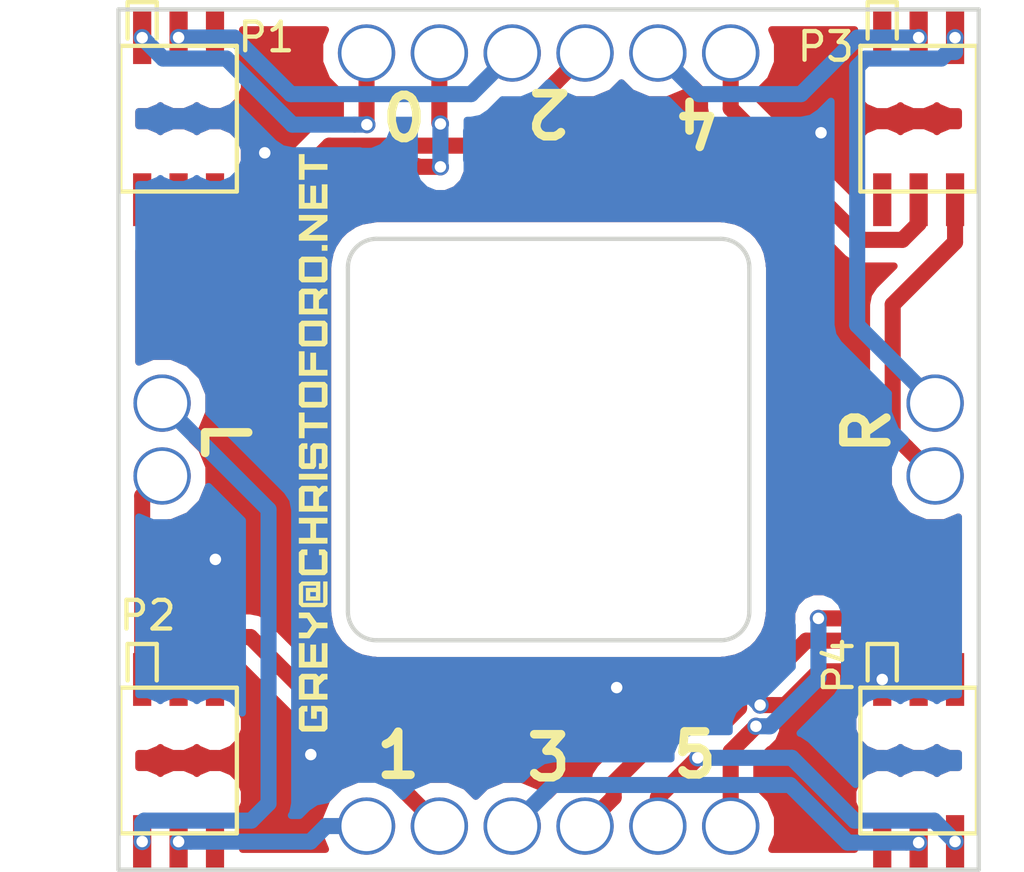
<source format=kicad_pcb>
(kicad_pcb (version 4) (host pcbnew 4.0.6)

  (general
    (links 16)
    (no_connects 0)
    (area -0.075001 -30.075001 30.075001 0.075001)
    (thickness 1.6)
    (drawings 20)
    (tracks 145)
    (zones 0)
    (modules 21)
    (nets 25)
  )

  (page A4)
  (layers
    (0 F.Cu signal)
    (31 B.Cu signal)
    (32 B.Adhes user)
    (33 F.Adhes user)
    (34 B.Paste user)
    (35 F.Paste user)
    (36 B.SilkS user)
    (37 F.SilkS user)
    (38 B.Mask user)
    (39 F.Mask user)
    (40 Dwgs.User user)
    (41 Cmts.User user)
    (42 Eco1.User user)
    (43 Eco2.User user)
    (44 Edge.Cuts user)
    (45 Margin user)
    (46 B.CrtYd user)
    (47 F.CrtYd user)
    (48 B.Fab user)
    (49 F.Fab user)
  )

  (setup
    (last_trace_width 0.56)
    (user_trace_width 0.56)
    (trace_clearance 0.153)
    (zone_clearance 0.508)
    (zone_45_only no)
    (trace_min 0.2)
    (segment_width 0.2)
    (edge_width 0.15)
    (via_size 0.6)
    (via_drill 0.4)
    (via_min_size 0.4)
    (via_min_drill 0.3)
    (uvia_size 0.3)
    (uvia_drill 0.1)
    (uvias_allowed no)
    (uvia_min_size 0.2)
    (uvia_min_drill 0.1)
    (pcb_text_width 0.3)
    (pcb_text_size 1.5 1.5)
    (mod_edge_width 0.15)
    (mod_text_size 1 1)
    (mod_text_width 0.15)
    (pad_size 1.524 1.524)
    (pad_drill 0.762)
    (pad_to_mask_clearance 0.2)
    (aux_axis_origin 0 0)
    (visible_elements FFFFFF7F)
    (pcbplotparams
      (layerselection 0x00030_80000001)
      (usegerberextensions false)
      (excludeedgelayer true)
      (linewidth 0.150000)
      (plotframeref false)
      (viasonmask false)
      (mode 1)
      (useauxorigin false)
      (hpglpennumber 1)
      (hpglpenspeed 20)
      (hpglpendiameter 15)
      (hpglpenoverlay 2)
      (psnegative false)
      (psa4output false)
      (plotreference true)
      (plotvalue true)
      (plotinvisibletext false)
      (padsonsilk false)
      (subtractmaskfromsilk false)
      (outputformat 3)
      (mirror false)
      (drillshape 0)
      (scaleselection 1)
      (outputdirectory output/))
  )

  (net 0 "")
  (net 1 0_I)
  (net 2 2_I)
  (net 3 /MOSI)
  (net 4 0_V)
  (net 5 2_V)
  (net 6 /MISO)
  (net 7 L_I)
  (net 8 1_I)
  (net 9 +3V3)
  (net 10 L_V)
  (net 11 1_V)
  (net 12 /SCK)
  (net 13 /SDA)
  (net 14 4_I)
  (net 15 R_I)
  (net 16 /SCL)
  (net 17 4_V)
  (net 18 R_V)
  (net 19 +5V)
  (net 20 3_I)
  (net 21 5_I)
  (net 22 GND)
  (net 23 3_V)
  (net 24 5_V)

  (net_class Default "This is the default net class."
    (clearance 0.153)
    (trace_width 0.25)
    (via_dia 0.6)
    (via_drill 0.4)
    (uvia_dia 0.3)
    (uvia_drill 0.1)
    (add_net +3V3)
    (add_net +5V)
    (add_net /MISO)
    (add_net /MOSI)
    (add_net /SCK)
    (add_net /SCL)
    (add_net /SDA)
    (add_net 0_I)
    (add_net 0_V)
    (add_net 1_I)
    (add_net 1_V)
    (add_net 2_I)
    (add_net 2_V)
    (add_net 3_I)
    (add_net 3_V)
    (add_net 4_I)
    (add_net 4_V)
    (add_net 5_I)
    (add_net 5_V)
    (add_net GND)
    (add_net L_I)
    (add_net L_V)
    (add_net R_I)
    (add_net R_V)
  )

  (module myParts:RSM-103-02-L-D (layer F.Cu) (tedit 58E50825) (tstamp 58E4F75E)
    (at 0.825 -29.0163)
    (path /58E4DBB6)
    (fp_text reference P1 (at 4.3312 -0.0159 180) (layer F.SilkS)
      (effects (font (size 1 1) (thickness 0.15)))
    )
    (fp_text value CONN_02X03 (at 0 2.32575) (layer F.Fab)
      (effects (font (size 1 1) (thickness 0.15)))
    )
    (fp_line (start 0.508 -1.23825) (end 0.508 0.03175) (layer F.SilkS) (width 0.15))
    (fp_line (start -0.508 -1.23825) (end 0.508 -1.23825) (layer F.SilkS) (width 0.15))
    (fp_line (start -0.508 0.03175) (end -0.508 -1.23825) (layer F.SilkS) (width 0.15))
    (fp_line (start -0.762 0.28575) (end -0.762 5.36575) (layer F.SilkS) (width 0.15))
    (fp_line (start 3.302 5.36575) (end 3.302 0.28575) (layer F.SilkS) (width 0.15))
    (fp_line (start -0.762 5.36575) (end 3.302 5.36575) (layer F.SilkS) (width 0.15))
    (fp_line (start -0.762 0.28575) (end 3.302 0.28575) (layer F.SilkS) (width 0.15))
    (pad 2 smd rect (at 0 5.6515) (size 0.635 1.8415) (layers F.Cu F.Paste F.Mask)
      (net 1 0_I))
    (pad 4 smd rect (at 1.27 5.6515) (size 0.635 1.8415) (layers F.Cu F.Paste F.Mask)
      (net 2 2_I))
    (pad 6 smd rect (at 2.54 5.6515) (size 0.635 1.8415) (layers F.Cu F.Paste F.Mask)
      (net 3 /MOSI))
    (pad "" np_thru_hole circle (at 0 1.55575) (size 0.7874 0.7874) (drill 0.7874) (layers *.Cu *.Mask))
    (pad "" np_thru_hole circle (at 1.27 1.55575) (size 0.7874 0.7874) (drill 0.7874) (layers *.Cu *.Mask))
    (pad "" np_thru_hole circle (at 2.54 1.55575) (size 0.7874 0.7874) (drill 0.7874) (layers *.Cu *.Mask))
    (pad "" np_thru_hole circle (at 2.54 4.09575) (size 0.7874 0.7874) (drill 0.7874) (layers *.Cu *.Mask))
    (pad "" np_thru_hole circle (at 1.27 4.09575) (size 0.7874 0.7874) (drill 0.7874) (layers *.Cu *.Mask))
    (pad "" np_thru_hole circle (at 0 4.09575) (size 0.7874 0.7874) (drill 0.7874) (layers *.Cu *.Mask))
    (pad 1 smd rect (at 0 0) (size 0.635 1.8415) (layers F.Cu F.Paste F.Mask)
      (net 4 0_V))
    (pad 3 smd rect (at 1.27 0) (size 0.635 1.8415) (layers F.Cu F.Paste F.Mask)
      (net 5 2_V))
    (pad 5 smd rect (at 2.54 0) (size 0.635 1.8415) (layers F.Cu F.Paste F.Mask)
      (net 6 /MISO))
    (model ${KIPRJMOD}/sharedLibs/myparts.3dshapes/RSM-103-02-D.wrl
      (at (xyz 0.05 -0.11125 0.012))
      (scale (xyz 0.393701 0.393701 0.393701))
      (rotate (xyz -90 0 0))
    )
  )

  (module myParts:RSM-103-02-L-D (layer F.Cu) (tedit 58E50825) (tstamp 58E4F775)
    (at 0.825 -6.6323)
    (path /58E4DBC4)
    (fp_text reference P2 (at 0.191 -2.2323 180) (layer F.SilkS)
      (effects (font (size 1 1) (thickness 0.15)))
    )
    (fp_text value CONN_02X03 (at 0 2.32575) (layer F.Fab)
      (effects (font (size 1 1) (thickness 0.15)))
    )
    (fp_line (start 0.508 -1.23825) (end 0.508 0.03175) (layer F.SilkS) (width 0.15))
    (fp_line (start -0.508 -1.23825) (end 0.508 -1.23825) (layer F.SilkS) (width 0.15))
    (fp_line (start -0.508 0.03175) (end -0.508 -1.23825) (layer F.SilkS) (width 0.15))
    (fp_line (start -0.762 0.28575) (end -0.762 5.36575) (layer F.SilkS) (width 0.15))
    (fp_line (start 3.302 5.36575) (end 3.302 0.28575) (layer F.SilkS) (width 0.15))
    (fp_line (start -0.762 5.36575) (end 3.302 5.36575) (layer F.SilkS) (width 0.15))
    (fp_line (start -0.762 0.28575) (end 3.302 0.28575) (layer F.SilkS) (width 0.15))
    (pad 2 smd rect (at 0 5.6515) (size 0.635 1.8415) (layers F.Cu F.Paste F.Mask)
      (net 7 L_I))
    (pad 4 smd rect (at 1.27 5.6515) (size 0.635 1.8415) (layers F.Cu F.Paste F.Mask)
      (net 8 1_I))
    (pad 6 smd rect (at 2.54 5.6515) (size 0.635 1.8415) (layers F.Cu F.Paste F.Mask)
      (net 9 +3V3))
    (pad "" np_thru_hole circle (at 0 1.55575) (size 0.7874 0.7874) (drill 0.7874) (layers *.Cu *.Mask))
    (pad "" np_thru_hole circle (at 1.27 1.55575) (size 0.7874 0.7874) (drill 0.7874) (layers *.Cu *.Mask))
    (pad "" np_thru_hole circle (at 2.54 1.55575) (size 0.7874 0.7874) (drill 0.7874) (layers *.Cu *.Mask))
    (pad "" np_thru_hole circle (at 2.54 4.09575) (size 0.7874 0.7874) (drill 0.7874) (layers *.Cu *.Mask))
    (pad "" np_thru_hole circle (at 1.27 4.09575) (size 0.7874 0.7874) (drill 0.7874) (layers *.Cu *.Mask))
    (pad "" np_thru_hole circle (at 0 4.09575) (size 0.7874 0.7874) (drill 0.7874) (layers *.Cu *.Mask))
    (pad 1 smd rect (at 0 0) (size 0.635 1.8415) (layers F.Cu F.Paste F.Mask)
      (net 10 L_V))
    (pad 3 smd rect (at 1.27 0) (size 0.635 1.8415) (layers F.Cu F.Paste F.Mask)
      (net 11 1_V))
    (pad 5 smd rect (at 2.54 0) (size 0.635 1.8415) (layers F.Cu F.Paste F.Mask)
      (net 12 /SCK))
    (model ${KIPRJMOD}/sharedLibs/myparts.3dshapes/RSM-103-02-D.wrl
      (at (xyz 0.05 -0.11125 0.012))
      (scale (xyz 0.393701 0.393701 0.393701))
      (rotate (xyz -90 0 0))
    )
  )

  (module myParts:RSM-103-02-L-D (layer F.Cu) (tedit 58E50825) (tstamp 58E4F78C)
    (at 26.635 -29.0163)
    (path /58E4DBBD)
    (fp_text reference P3 (at -1.9716 0.3143 180) (layer F.SilkS)
      (effects (font (size 1 1) (thickness 0.15)))
    )
    (fp_text value CONN_02X03 (at 0 2.32575) (layer F.Fab)
      (effects (font (size 1 1) (thickness 0.15)))
    )
    (fp_line (start 0.508 -1.23825) (end 0.508 0.03175) (layer F.SilkS) (width 0.15))
    (fp_line (start -0.508 -1.23825) (end 0.508 -1.23825) (layer F.SilkS) (width 0.15))
    (fp_line (start -0.508 0.03175) (end -0.508 -1.23825) (layer F.SilkS) (width 0.15))
    (fp_line (start -0.762 0.28575) (end -0.762 5.36575) (layer F.SilkS) (width 0.15))
    (fp_line (start 3.302 5.36575) (end 3.302 0.28575) (layer F.SilkS) (width 0.15))
    (fp_line (start -0.762 5.36575) (end 3.302 5.36575) (layer F.SilkS) (width 0.15))
    (fp_line (start -0.762 0.28575) (end 3.302 0.28575) (layer F.SilkS) (width 0.15))
    (pad 2 smd rect (at 0 5.6515) (size 0.635 1.8415) (layers F.Cu F.Paste F.Mask)
      (net 13 /SDA))
    (pad 4 smd rect (at 1.27 5.6515) (size 0.635 1.8415) (layers F.Cu F.Paste F.Mask)
      (net 14 4_I))
    (pad 6 smd rect (at 2.54 5.6515) (size 0.635 1.8415) (layers F.Cu F.Paste F.Mask)
      (net 15 R_I))
    (pad "" np_thru_hole circle (at 0 1.55575) (size 0.7874 0.7874) (drill 0.7874) (layers *.Cu *.Mask))
    (pad "" np_thru_hole circle (at 1.27 1.55575) (size 0.7874 0.7874) (drill 0.7874) (layers *.Cu *.Mask))
    (pad "" np_thru_hole circle (at 2.54 1.55575) (size 0.7874 0.7874) (drill 0.7874) (layers *.Cu *.Mask))
    (pad "" np_thru_hole circle (at 2.54 4.09575) (size 0.7874 0.7874) (drill 0.7874) (layers *.Cu *.Mask))
    (pad "" np_thru_hole circle (at 1.27 4.09575) (size 0.7874 0.7874) (drill 0.7874) (layers *.Cu *.Mask))
    (pad "" np_thru_hole circle (at 0 4.09575) (size 0.7874 0.7874) (drill 0.7874) (layers *.Cu *.Mask))
    (pad 1 smd rect (at 0 0) (size 0.635 1.8415) (layers F.Cu F.Paste F.Mask)
      (net 16 /SCL))
    (pad 3 smd rect (at 1.27 0) (size 0.635 1.8415) (layers F.Cu F.Paste F.Mask)
      (net 17 4_V))
    (pad 5 smd rect (at 2.54 0) (size 0.635 1.8415) (layers F.Cu F.Paste F.Mask)
      (net 18 R_V))
    (model ${KIPRJMOD}/sharedLibs/myparts.3dshapes/RSM-103-02-D.wrl
      (at (xyz 0.05 -0.11125 0.012))
      (scale (xyz 0.393701 0.393701 0.393701))
      (rotate (xyz -90 0 0))
    )
  )

  (module myParts:RSM-103-02-L-D (layer F.Cu) (tedit 58E50825) (tstamp 58E4F7A3)
    (at 26.635 -6.6323)
    (path /58E4DBCB)
    (fp_text reference P4 (at -1.524 -0.47625 90) (layer F.SilkS)
      (effects (font (size 1 1) (thickness 0.15)))
    )
    (fp_text value CONN_02X03 (at 0 2.32575) (layer F.Fab)
      (effects (font (size 1 1) (thickness 0.15)))
    )
    (fp_line (start 0.508 -1.23825) (end 0.508 0.03175) (layer F.SilkS) (width 0.15))
    (fp_line (start -0.508 -1.23825) (end 0.508 -1.23825) (layer F.SilkS) (width 0.15))
    (fp_line (start -0.508 0.03175) (end -0.508 -1.23825) (layer F.SilkS) (width 0.15))
    (fp_line (start -0.762 0.28575) (end -0.762 5.36575) (layer F.SilkS) (width 0.15))
    (fp_line (start 3.302 5.36575) (end 3.302 0.28575) (layer F.SilkS) (width 0.15))
    (fp_line (start -0.762 5.36575) (end 3.302 5.36575) (layer F.SilkS) (width 0.15))
    (fp_line (start -0.762 0.28575) (end 3.302 0.28575) (layer F.SilkS) (width 0.15))
    (pad 2 smd rect (at 0 5.6515) (size 0.635 1.8415) (layers F.Cu F.Paste F.Mask)
      (net 19 +5V))
    (pad 4 smd rect (at 1.27 5.6515) (size 0.635 1.8415) (layers F.Cu F.Paste F.Mask)
      (net 20 3_I))
    (pad 6 smd rect (at 2.54 5.6515) (size 0.635 1.8415) (layers F.Cu F.Paste F.Mask)
      (net 21 5_I))
    (pad "" np_thru_hole circle (at 0 1.55575) (size 0.7874 0.7874) (drill 0.7874) (layers *.Cu *.Mask))
    (pad "" np_thru_hole circle (at 1.27 1.55575) (size 0.7874 0.7874) (drill 0.7874) (layers *.Cu *.Mask))
    (pad "" np_thru_hole circle (at 2.54 1.55575) (size 0.7874 0.7874) (drill 0.7874) (layers *.Cu *.Mask))
    (pad "" np_thru_hole circle (at 2.54 4.09575) (size 0.7874 0.7874) (drill 0.7874) (layers *.Cu *.Mask))
    (pad "" np_thru_hole circle (at 1.27 4.09575) (size 0.7874 0.7874) (drill 0.7874) (layers *.Cu *.Mask))
    (pad "" np_thru_hole circle (at 0 4.09575) (size 0.7874 0.7874) (drill 0.7874) (layers *.Cu *.Mask))
    (pad 1 smd rect (at 0 0) (size 0.635 1.8415) (layers F.Cu F.Paste F.Mask)
      (net 22 GND))
    (pad 3 smd rect (at 1.27 0) (size 0.635 1.8415) (layers F.Cu F.Paste F.Mask)
      (net 23 3_V))
    (pad 5 smd rect (at 2.54 0) (size 0.635 1.8415) (layers F.Cu F.Paste F.Mask)
      (net 24 5_V))
    (model ${KIPRJMOD}/sharedLibs/myparts.3dshapes/RSM-103-02-D.wrl
      (at (xyz 0.05 -0.11125 0.012))
      (scale (xyz 0.393701 0.393701 0.393701))
      (rotate (xyz -90 0 0))
    )
  )

  (module myParts:logo_small (layer F.Cu) (tedit 0) (tstamp 58E60921)
    (at 6.8 -14.9 90)
    (fp_text reference G*** (at 0 -4 90) (layer F.SilkS) hide
      (effects (font (thickness 0.2)))
    )
    (fp_text value value (at 0 4 90) (layer F.SilkS) hide
      (effects (font (thickness 0.2)))
    )
    (fp_poly (pts (xy -0.030446 -0.410336) (xy -0.128951 -0.511719) (xy -0.828528 -0.511719) (xy -0.927058 -0.410336)
      (xy -0.927058 0.017886) (xy -0.828528 0.089278) (xy -0.228894 0.089278) (xy -0.228894 0.28842)
      (xy -0.727172 0.28842) (xy -0.727172 0.189556) (xy -0.927058 0.189556) (xy -0.927058 0.389777)
      (xy -0.828528 0.488281) (xy -0.128951 0.488281) (xy -0.030446 0.389777) (xy -0.030446 -0.012104)
      (xy -0.128951 -0.112047) (xy -0.727172 -0.112047) (xy -0.727172 -0.311832) (xy -0.228894 -0.311832)
      (xy -0.228894 -0.211888) (xy -0.030446 -0.211888)) (layer F.SilkS) (width 0.001))
    (fp_poly (pts (xy -7.650288 0.089484) (xy -7.052066 0.089484) (xy -7.052066 -0.110403) (xy -7.650288 -0.110403)
      (xy -7.650288 -0.311832) (xy -7.002107 -0.311832) (xy -7.002107 -0.511719) (xy -7.850175 -0.511719)
      (xy -7.850175 0.488281) (xy -7.002107 0.488281) (xy -7.002107 0.28842) (xy -7.650288 0.28842)) (layer F.SilkS) (width 0.001))
    (fp_poly (pts (xy -8.766833 0.488281) (xy -8.766833 -0.010074) (xy -8.766833 -0.311832) (xy -8.268555 -0.311832)
      (xy -8.268555 -0.010074) (xy -8.766833 -0.010074) (xy -8.766833 0.488281) (xy -8.766833 0.189813)
      (xy -8.468442 0.189813) (xy -8.368498 0.288369) (xy -8.268555 0.389751) (xy -8.268555 0.488281)
      (xy -8.070107 0.488281) (xy -8.070107 0.288369) (xy -8.168611 0.189813) (xy -8.070107 0.089869)
      (xy -8.070107 -0.410336) (xy -8.168611 -0.511719) (xy -8.96672 -0.511719) (xy -8.96672 0.488281)) (layer F.SilkS) (width 0.001))
    (fp_poly (pts (xy -10.083265 0.389777) (xy -9.984735 0.488281) (xy -9.285156 0.488281) (xy -9.186652 0.389777)
      (xy -9.186652 -0.084935) (xy -9.636385 -0.084935) (xy -9.636385 0.114925) (xy -9.3851 0.114925)
      (xy -9.3851 0.28842) (xy -9.883378 0.28842) (xy -9.883378 -0.311832) (xy -9.3851 -0.311832)
      (xy -9.3851 -0.211888) (xy -9.186652 -0.211888) (xy -9.186652 -0.410336) (xy -9.285156 -0.511719)
      (xy -9.984735 -0.511719) (xy -10.083265 -0.410336)) (layer F.SilkS) (width 0.001))
    (fp_poly (pts (xy -2.211788 0.189813) (xy -2.211788 -0.311832) (xy -1.71351 -0.311832) (xy -1.71351 -0.010074)
      (xy -2.211788 -0.010074) (xy -2.211788 -0.311832) (xy -2.211788 0.189813) (xy -1.913397 0.189813)
      (xy -1.813453 0.288369) (xy -1.71351 0.389751) (xy -1.71351 0.488281) (xy -1.515062 0.488281)
      (xy -1.515062 0.288369) (xy -1.613567 0.189813) (xy -1.515062 0.089869) (xy -1.515062 -0.410336)
      (xy -1.613567 -0.511719) (xy -2.411675 -0.511719) (xy -2.411675 0.488281) (xy -2.211788 0.488281)) (layer F.SilkS) (width 0.001))
    (fp_poly (pts (xy -5.64741 0.488281) (xy -4.849327 0.488281) (xy -4.849327 0.336965) (xy -5.594598 0.336965)
      (xy -5.594598 -0.36323) (xy -4.996376 -0.36323) (xy -4.996376 0.089587) (xy -5.072034 0.089587)
      (xy -5.21911 0.083881) (xy -5.371865 0.083881) (xy -5.371865 -0.113666) (xy -5.21911 -0.113666)
      (xy -5.21911 0.083881) (xy -5.072034 0.089587) (xy -5.072034 -0.265008) (xy -5.518914 -0.265008)
      (xy -5.518914 0.236636) (xy -4.849327 0.236636) (xy -4.849327 -0.410336) (xy -4.947831 -0.511719)
      (xy -5.64741 -0.511719) (xy -5.74594 -0.410336) (xy -5.74594 0.389777)) (layer F.SilkS) (width 0.001))
    (fp_poly (pts (xy 2.33052 -0.511719) (xy 2.33052 0.488281) (xy 2.530407 0.488281) (xy 2.530407 0.089484)
      (xy 3.128624 0.089484) (xy 3.128624 -0.110403) (xy 2.530407 -0.110403) (xy 2.530407 -0.311832)
      (xy 3.178582 -0.311832) (xy 3.178582 -0.511719)) (layer F.SilkS) (width 0.001))
    (fp_poly (pts (xy -6.131528 -0.223145) (xy -6.382813 -0.054559) (xy -6.629806 -0.223145) (xy -6.629806 -0.511719)
      (xy -6.829693 -0.511719) (xy -6.829693 -0.138852) (xy -6.479903 0.111148) (xy -6.479903 0.488281)
      (xy -6.28143 0.488281) (xy -6.28143 0.111148) (xy -5.93308 -0.138852) (xy -5.93308 -0.511719)
      (xy -6.131528 -0.511719)) (layer F.SilkS) (width 0.001))
    (fp_poly (pts (xy -4.429508 -0.311832) (xy -3.931229 -0.311832) (xy -3.931229 -0.211888) (xy -3.732782 -0.211888)
      (xy -3.732782 -0.410336) (xy -3.831286 -0.511719) (xy -4.530865 -0.511719) (xy -4.629395 -0.410336)
      (xy -4.629395 0.389777) (xy -4.530865 0.488281) (xy -3.831286 0.488281) (xy -3.732782 0.389777)
      (xy -3.732782 0.18989) (xy -3.931229 0.18989) (xy -3.931229 0.28842) (xy -4.429508 0.28842)) (layer F.SilkS) (width 0.001))
    (fp_poly (pts (xy 9.000514 -0.511719) (xy 8.152447 -0.511719) (xy 8.152447 0.488281) (xy 9.000514 0.488281)
      (xy 9.000514 0.28842) (xy 8.352333 0.28842) (xy 8.352333 0.089484) (xy 8.950555 0.089484)
      (xy 8.950555 -0.110403) (xy 8.352333 -0.110403) (xy 8.352333 -0.311832) (xy 9.000514 -0.311832)) (layer F.SilkS) (width 0.001))
    (fp_poly (pts (xy 4.465435 -0.511719) (xy 4.465435 0.488281) (xy 4.665322 0.488281) (xy 4.665322 -0.311832)
      (xy 5.1636 -0.311832) (xy 5.1636 -0.010074) (xy 4.665322 -0.010074) (xy 4.665322 -0.311832)
      (xy 4.665322 0.488281) (xy 4.665322 0.189813) (xy 4.963713 0.189813) (xy 5.063656 0.288369)
      (xy 5.1636 0.389751) (xy 5.1636 0.488281) (xy 5.362048 0.488281) (xy 5.362048 0.288369)
      (xy 5.263543 0.189813) (xy 5.362048 0.089869) (xy 5.362048 -0.410336) (xy 5.263543 -0.511719)) (layer F.SilkS) (width 0.001))
    (fp_poly (pts (xy 5.68051 0.488281) (xy 6.380088 0.488281) (xy 6.280145 0.28842) (xy 5.781867 0.28842)
      (xy 5.781867 -0.311832) (xy 6.280145 -0.311832) (xy 6.280145 0.28842) (xy 6.380088 0.488281)
      (xy 6.478593 0.389777) (xy 6.478593 -0.410336) (xy 6.380088 -0.511719) (xy 5.68051 -0.511719)
      (xy 5.58198 -0.410336) (xy 5.58198 0.389777)) (layer F.SilkS) (width 0.001))
    (fp_poly (pts (xy 7.235788 -0.511719) (xy 7.035902 -0.511719) (xy 7.035902 0.488281) (xy 7.235788 0.488281)
      (xy 7.235788 -0.178865) (xy 7.734067 0.488281) (xy 7.932514 0.488281) (xy 7.932514 -0.511719)
      (xy 7.734067 -0.511719) (xy 7.734067 0.154014)) (layer F.SilkS) (width 0.001))
    (fp_poly (pts (xy 10.055304 -0.511719) (xy 9.158691 -0.511719) (xy 9.158691 -0.311832) (xy 9.508481 -0.311832)
      (xy 9.508481 0.488281) (xy 9.708368 0.488281) (xy 9.708368 -0.311832) (xy 10.055304 -0.311832)) (layer F.SilkS) (width 0.001))
    (fp_poly (pts (xy -1.295135 -0.511719) (xy -1.295135 0.488281) (xy -1.095248 0.488281) (xy -1.095248 -0.511719)) (layer F.SilkS) (width 0.001))
    (fp_poly (pts (xy 6.884123 0.28842) (xy 6.684236 0.28842) (xy 6.684236 0.488281) (xy 6.884123 0.488281)) (layer F.SilkS) (width 0.001))
    (fp_poly (pts (xy 1.21398 -0.410336) (xy 1.413867 -0.311832) (xy 1.912145 -0.311832) (xy 1.912145 0.28842)
      (xy 1.413867 0.28842) (xy 1.413867 -0.311832) (xy 1.21398 -0.410336) (xy 1.21398 0.389777)
      (xy 1.31251 0.488281) (xy 2.012089 0.488281) (xy 2.110593 0.389777) (xy 2.110593 -0.410336)
      (xy 2.012089 -0.511719) (xy 1.31251 -0.511719)) (layer F.SilkS) (width 0.001))
    (fp_poly (pts (xy -3.328331 -0.511719) (xy -3.528218 -0.511719) (xy -3.528218 0.488281) (xy -3.328331 0.488281)
      (xy -3.328331 0.089484) (xy -2.830052 0.089484) (xy -2.830052 0.488281) (xy -2.631605 0.488281)
      (xy -2.631605 -0.511719) (xy -2.830052 -0.511719) (xy -2.830052 -0.110403) (xy -3.328331 -0.110403)) (layer F.SilkS) (width 0.001))
    (fp_poly (pts (xy 1.043277 -0.511719) (xy 0.146665 -0.511719) (xy 0.146665 -0.311832) (xy 0.496454 -0.311832)
      (xy 0.496454 0.488281) (xy 0.69634 0.488281) (xy 0.69634 -0.311832) (xy 1.043277 -0.311832)) (layer F.SilkS) (width 0.001))
    (fp_poly (pts (xy 4.146998 -0.511719) (xy 3.44742 -0.511719) (xy 3.34889 -0.410336) (xy 3.548777 -0.311832)
      (xy 4.047055 -0.311832) (xy 4.047055 0.28842) (xy 3.548777 0.28842) (xy 3.548777 -0.311832)
      (xy 3.34889 -0.410336) (xy 3.34889 0.389777) (xy 3.44742 0.488281) (xy 4.146998 0.488281)
      (xy 4.245503 0.389777) (xy 4.245503 -0.410336)) (layer F.SilkS) (width 0.001))
  )

  (module myParts:S25-022+P25-4023 (layer F.Cu) (tedit 58E66FFF) (tstamp 58E52FE7)
    (at 28.4799 -13.73)
    (path /58E4CC49)
    (fp_text reference TP16 (at 0 1.778) (layer F.SilkS) hide
      (effects (font (size 1 1) (thickness 0.15)))
    )
    (fp_text value TEST (at 0 -0.5) (layer F.Fab)
      (effects (font (size 1 1) (thickness 0.15)))
    )
    (pad 1 thru_hole circle (at 0 0) (size 2 2) (drill 1.75) (layers *.Cu *.Mask)
      (net 15 R_I))
    (model ${KIPRJMOD}/sharedLibs/myparts.3dshapes/S25-022+P25-4023.wrl
      (at (xyz 0 0 0.216535))
      (scale (xyz 0.3937 0.3937 0.3937))
      (rotate (xyz -90 0 0))
    )
  )

  (module myParts:S25-022+P25-4023 (layer F.Cu) (tedit 58E67009) (tstamp 58E52FE3)
    (at 28.4799 -16.27)
    (path /58E4CC43)
    (fp_text reference TP15 (at 0 1.778) (layer F.SilkS) hide
      (effects (font (size 1 1) (thickness 0.15)))
    )
    (fp_text value TEST (at 0 -0.5) (layer F.Fab)
      (effects (font (size 1 1) (thickness 0.15)))
    )
    (pad 1 thru_hole circle (at 0 0) (size 2 2) (drill 1.75) (layers *.Cu *.Mask)
      (net 18 R_V))
    (model ${KIPRJMOD}/sharedLibs/myparts.3dshapes/S25-022+P25-4023.wrl
      (at (xyz 0 0 0.216535))
      (scale (xyz 0.3937 0.3937 0.3937))
      (rotate (xyz -90 0 0))
    )
  )

  (module myParts:S25-022+P25-4023 (layer F.Cu) (tedit 58E6703D) (tstamp 58E52FDF)
    (at 21.35 -1.52)
    (path /58E4CA7D)
    (fp_text reference TP14 (at 0 1.778) (layer F.SilkS) hide
      (effects (font (size 1 1) (thickness 0.15)))
    )
    (fp_text value TEST (at 0 -0.5) (layer F.Fab)
      (effects (font (size 1 1) (thickness 0.15)))
    )
    (pad 1 thru_hole circle (at 0 0) (size 2 2) (drill 1.75) (layers *.Cu *.Mask)
      (net 24 5_V))
    (model ${KIPRJMOD}/sharedLibs/myparts.3dshapes/S25-022+P25-4023.wrl
      (at (xyz 0 0 0.216535))
      (scale (xyz 0.3937 0.3937 0.3937))
      (rotate (xyz -90 0 0))
    )
  )

  (module myParts:S25-022+P25-4023 (layer F.Cu) (tedit 58E67029) (tstamp 58E52FDB)
    (at 21.35 -28.48)
    (path /58E4C74D)
    (fp_text reference TP13 (at 0 1.778) (layer F.SilkS) hide
      (effects (font (size 1 1) (thickness 0.15)))
    )
    (fp_text value TEST (at 0 -0.5) (layer F.Fab)
      (effects (font (size 1 1) (thickness 0.15)))
    )
    (pad 1 thru_hole circle (at 0 0) (size 2 2) (drill 1.75) (layers *.Cu *.Mask)
      (net 14 4_I))
    (model ${KIPRJMOD}/sharedLibs/myparts.3dshapes/S25-022+P25-4023.wrl
      (at (xyz 0 0 0.216535))
      (scale (xyz 0.3937 0.3937 0.3937))
      (rotate (xyz -90 0 0))
    )
  )

  (module myParts:S25-022+P25-4023 (layer F.Cu) (tedit 58E66FED) (tstamp 58E52FD7)
    (at 18.81 -1.52)
    (path /58E4CA77)
    (fp_text reference TP12 (at 0 1.778) (layer F.SilkS) hide
      (effects (font (size 1 1) (thickness 0.15)))
    )
    (fp_text value TEST (at 0 -0.5) (layer F.Fab)
      (effects (font (size 1 1) (thickness 0.15)))
    )
    (pad 1 thru_hole circle (at 0 0) (size 2 2) (drill 1.75) (layers *.Cu *.Mask)
      (net 21 5_I))
    (model ${KIPRJMOD}/sharedLibs/myparts.3dshapes/S25-022+P25-4023.wrl
      (at (xyz 0 0 0.216535))
      (scale (xyz 0.3937 0.3937 0.3937))
      (rotate (xyz -90 0 0))
    )
  )

  (module myParts:S25-022+P25-4023 (layer F.Cu) (tedit 58E67025) (tstamp 58E52FD3)
    (at 18.81 -28.48)
    (path /58E4C747)
    (fp_text reference TP11 (at 0 1.778) (layer F.SilkS) hide
      (effects (font (size 1 1) (thickness 0.15)))
    )
    (fp_text value TEST (at 0 -0.5) (layer F.Fab)
      (effects (font (size 1 1) (thickness 0.15)))
    )
    (pad 1 thru_hole circle (at 0 0) (size 2 2) (drill 1.75) (layers *.Cu *.Mask)
      (net 17 4_V))
    (model ${KIPRJMOD}/sharedLibs/myparts.3dshapes/S25-022+P25-4023.wrl
      (at (xyz 0 0 0.216535))
      (scale (xyz 0.3937 0.3937 0.3937))
      (rotate (xyz -90 0 0))
    )
  )

  (module myParts:S25-022+P25-4023 (layer F.Cu) (tedit 58E66FEA) (tstamp 58E52FCF)
    (at 16.27 -1.52)
    (path /58E4CA65)
    (fp_text reference TP10 (at 0 1.778) (layer F.SilkS) hide
      (effects (font (size 1 1) (thickness 0.15)))
    )
    (fp_text value TEST (at 0 -0.5) (layer F.Fab)
      (effects (font (size 1 1) (thickness 0.15)))
    )
    (pad 1 thru_hole circle (at 0 0) (size 2 2) (drill 1.75) (layers *.Cu *.Mask)
      (net 23 3_V))
    (model ${KIPRJMOD}/sharedLibs/myparts.3dshapes/S25-022+P25-4023.wrl
      (at (xyz 0 0 0.216535))
      (scale (xyz 0.3937 0.3937 0.3937))
      (rotate (xyz -90 0 0))
    )
  )

  (module myParts:S25-022+P25-4023 (layer F.Cu) (tedit 58E67021) (tstamp 58E52FCB)
    (at 16.27 -28.48)
    (path /58E4C553)
    (fp_text reference TP9 (at 0 1.778) (layer F.SilkS) hide
      (effects (font (size 1 1) (thickness 0.15)))
    )
    (fp_text value TEST (at 0 -0.5) (layer F.Fab)
      (effects (font (size 1 1) (thickness 0.15)))
    )
    (pad 1 thru_hole circle (at 0 0) (size 2 2) (drill 1.75) (layers *.Cu *.Mask)
      (net 2 2_I))
    (model ${KIPRJMOD}/sharedLibs/myparts.3dshapes/S25-022+P25-4023.wrl
      (at (xyz 0 0 0.216535))
      (scale (xyz 0.3937 0.3937 0.3937))
      (rotate (xyz -90 0 0))
    )
  )

  (module myParts:S25-022+P25-4023 (layer F.Cu) (tedit 58E66FE7) (tstamp 58E52FC7)
    (at 13.73 -1.52)
    (path /58E4CA5F)
    (fp_text reference TP8 (at 0 1.778) (layer F.SilkS) hide
      (effects (font (size 1 1) (thickness 0.15)))
    )
    (fp_text value TEST (at 0 -0.5) (layer F.Fab)
      (effects (font (size 1 1) (thickness 0.15)))
    )
    (pad 1 thru_hole circle (at 0 0) (size 2 2) (drill 1.75) (layers *.Cu *.Mask)
      (net 20 3_I))
    (model ${KIPRJMOD}/sharedLibs/myparts.3dshapes/S25-022+P25-4023.wrl
      (at (xyz 0 0 0.216535))
      (scale (xyz 0.3937 0.3937 0.3937))
      (rotate (xyz -90 0 0))
    )
  )

  (module myParts:S25-022+P25-4023 (layer F.Cu) (tedit 58E6701D) (tstamp 58E52FC3)
    (at 13.73 -28.48)
    (path /58E4C4F2)
    (fp_text reference TP7 (at 0 1.778) (layer F.SilkS) hide
      (effects (font (size 1 1) (thickness 0.15)))
    )
    (fp_text value TEST (at 0 -0.5) (layer F.Fab)
      (effects (font (size 1 1) (thickness 0.15)))
    )
    (pad 1 thru_hole circle (at 0 0) (size 2 2) (drill 1.75) (layers *.Cu *.Mask)
      (net 5 2_V))
    (model ${KIPRJMOD}/sharedLibs/myparts.3dshapes/S25-022+P25-4023.wrl
      (at (xyz 0 0 0.216535))
      (scale (xyz 0.3937 0.3937 0.3937))
      (rotate (xyz -90 0 0))
    )
  )

  (module myParts:S25-022+P25-4023 (layer F.Cu) (tedit 58E66FE5) (tstamp 58E52FBF)
    (at 11.19 -1.52)
    (path /58E4CA71)
    (fp_text reference TP6 (at 0 1.778) (layer F.SilkS) hide
      (effects (font (size 1 1) (thickness 0.15)))
    )
    (fp_text value TEST (at 0 -0.5) (layer F.Fab)
      (effects (font (size 1 1) (thickness 0.15)))
    )
    (pad 1 thru_hole circle (at 0 0) (size 2 2) (drill 1.75) (layers *.Cu *.Mask)
      (net 11 1_V))
    (model ${KIPRJMOD}/sharedLibs/myparts.3dshapes/S25-022+P25-4023.wrl
      (at (xyz 0 0 0.216535))
      (scale (xyz 0.3937 0.3937 0.3937))
      (rotate (xyz -90 0 0))
    )
  )

  (module myParts:S25-022+P25-4023 (layer F.Cu) (tedit 58E67019) (tstamp 58E52FBB)
    (at 11.19 -28.48)
    (path /58E4C6BD)
    (fp_text reference TP5 (at 0 1.778) (layer F.SilkS) hide
      (effects (font (size 1 1) (thickness 0.15)))
    )
    (fp_text value TEST (at 0 -0.5) (layer F.Fab)
      (effects (font (size 1 1) (thickness 0.15)))
    )
    (pad 1 thru_hole circle (at 0 0) (size 2 2) (drill 1.75) (layers *.Cu *.Mask)
      (net 1 0_I))
    (model ${KIPRJMOD}/sharedLibs/myparts.3dshapes/S25-022+P25-4023.wrl
      (at (xyz 0 0 0.216535))
      (scale (xyz 0.3937 0.3937 0.3937))
      (rotate (xyz -90 0 0))
    )
  )

  (module myParts:S25-022+P25-4023 (layer F.Cu) (tedit 58E66FE2) (tstamp 58E52FB7)
    (at 8.65 -1.52)
    (path /58E4CA6B)
    (fp_text reference TP4 (at 0 1.778) (layer F.SilkS) hide
      (effects (font (size 1 1) (thickness 0.15)))
    )
    (fp_text value TEST (at 0 -0.5) (layer F.Fab)
      (effects (font (size 1 1) (thickness 0.15)))
    )
    (pad 1 thru_hole circle (at 0 0) (size 2 2) (drill 1.75) (layers *.Cu *.Mask)
      (net 8 1_I))
    (model ${KIPRJMOD}/sharedLibs/myparts.3dshapes/S25-022+P25-4023.wrl
      (at (xyz 0 0 0.216535))
      (scale (xyz 0.3937 0.3937 0.3937))
      (rotate (xyz -90 0 0))
    )
  )

  (module myParts:S25-022+P25-4023 (layer F.Cu) (tedit 58E67015) (tstamp 58E52FB3)
    (at 8.65 -28.48)
    (path /58E4C6B7)
    (fp_text reference TP3 (at 0 1.778) (layer F.SilkS) hide
      (effects (font (size 1 1) (thickness 0.15)))
    )
    (fp_text value TEST (at 0 -0.5) (layer F.Fab)
      (effects (font (size 1 1) (thickness 0.15)))
    )
    (pad 1 thru_hole circle (at 0 0) (size 2 2) (drill 1.75) (layers *.Cu *.Mask)
      (net 4 0_V))
    (model ${KIPRJMOD}/sharedLibs/myparts.3dshapes/S25-022+P25-4023.wrl
      (at (xyz 0 0 0.216535))
      (scale (xyz 0.3937 0.3937 0.3937))
      (rotate (xyz -90 0 0))
    )
  )

  (module myParts:S25-022+P25-4023 (layer F.Cu) (tedit 58E66FFB) (tstamp 58E52FAF)
    (at 1.5199 -16.27)
    (path /58E4C4C8)
    (fp_text reference TP2 (at 0 1.778) (layer F.SilkS) hide
      (effects (font (size 1 1) (thickness 0.15)))
    )
    (fp_text value TEST (at 0 -0.5) (layer F.Fab)
      (effects (font (size 1 1) (thickness 0.15)))
    )
    (pad 1 thru_hole circle (at 0 0) (size 2 2) (drill 1.75) (layers *.Cu *.Mask)
      (net 7 L_I))
    (model ${KIPRJMOD}/sharedLibs/myparts.3dshapes/S25-022+P25-4023.wrl
      (at (xyz 0 0 0.216535))
      (scale (xyz 0.3937 0.3937 0.3937))
      (rotate (xyz -90 0 0))
    )
  )

  (module myParts:S25-022+P25-4023 (layer F.Cu) (tedit 58E66FF5) (tstamp 58E52FAB)
    (at 1.5199 -13.73)
    (path /58E4C3ED)
    (fp_text reference TP1 (at 0 1.778) (layer F.SilkS) hide
      (effects (font (size 1 1) (thickness 0.15)))
    )
    (fp_text value TEST (at 0 -0.5) (layer F.Fab)
      (effects (font (size 1 1) (thickness 0.15)))
    )
    (pad 1 thru_hole circle (at 0 0) (size 2 2) (drill 1.75) (layers *.Cu *.Mask)
      (net 10 L_V))
    (model ${KIPRJMOD}/sharedLibs/myparts.3dshapes/S25-022+P25-4023.wrl
      (at (xyz 0 0 0.216535))
      (scale (xyz 0.3937 0.3937 0.3937))
      (rotate (xyz -90 0 0))
    )
  )

  (gr_text R (at 26.1 -15.3 90) (layer F.SilkS)
    (effects (font (size 1.5 1.5) (thickness 0.3)))
  )
  (gr_text L (at 3.7 -15 270) (layer F.SilkS)
    (effects (font (size 1.5 1.5) (thickness 0.3)))
  )
  (gr_text 4 (at 20.2 -26.1 180) (layer F.SilkS)
    (effects (font (size 1.5 1.5) (thickness 0.3)))
  )
  (gr_text 2 (at 15 -26.4 180) (layer F.SilkS)
    (effects (font (size 1.5 1.5) (thickness 0.3)))
  )
  (gr_text 5 (at 20.1 -4) (layer F.SilkS)
    (effects (font (size 1.5 1.5) (thickness 0.3)))
  )
  (gr_text 3 (at 15 -3.9) (layer F.SilkS)
    (effects (font (size 1.5 1.5) (thickness 0.3)))
  )
  (gr_text 1 (at 9.7536 -3.9878) (layer F.SilkS)
    (effects (font (size 1.5 1.5) (thickness 0.3)))
  )
  (gr_text 0 (at 9.9568 -26.3398 180) (layer F.SilkS)
    (effects (font (size 1.5 1.5) (thickness 0.3)))
  )
  (gr_arc (start 21 -21) (end 21 -22) (angle 90) (layer Edge.Cuts) (width 0.15))
  (gr_arc (start 9 -21) (end 8 -21) (angle 90) (layer Edge.Cuts) (width 0.15))
  (gr_arc (start 9 -9) (end 9 -8) (angle 90) (layer Edge.Cuts) (width 0.15))
  (gr_arc (start 21 -9) (end 22 -9) (angle 90) (layer Edge.Cuts) (width 0.15))
  (gr_line (start 21 -22) (end 9 -22) (layer Edge.Cuts) (width 0.15))
  (gr_line (start 22 -9) (end 22 -21) (layer Edge.Cuts) (width 0.15))
  (gr_line (start 9 -8) (end 21 -8) (layer Edge.Cuts) (width 0.15))
  (gr_line (start 8 -21) (end 8 -9) (layer Edge.Cuts) (width 0.15))
  (gr_line (start 30 0) (end 0 0) (layer Edge.Cuts) (width 0.15))
  (gr_line (start 30 -30) (end 30 0) (layer Edge.Cuts) (width 0.15))
  (gr_line (start 0 -30) (end 30 -30) (layer Edge.Cuts) (width 0.15))
  (gr_line (start 0 0) (end 0 -30) (layer Edge.Cuts) (width 0.15))

  (segment (start 11.2268 -24.511) (end 11.2268 -26.007821) (width 0.56) (layer B.Cu) (net 1))
  (segment (start 11.2268 -24.511) (end 10.4394 -24.511) (width 0.56) (layer F.Cu) (net 1))
  (segment (start 2.60615 -20.9804) (end 0.825 -22.76155) (width 0.56) (layer F.Cu) (net 1))
  (segment (start 0.825 -22.76155) (end 0.825 -23.3648) (width 0.56) (layer F.Cu) (net 1))
  (segment (start 10.4394 -24.511) (end 10.414 -24.5364) (width 0.56) (layer F.Cu) (net 1))
  (segment (start 10.414 -24.5364) (end 7.6454 -24.5364) (width 0.56) (layer F.Cu) (net 1))
  (segment (start 7.6454 -24.5364) (end 4.0894 -20.9804) (width 0.56) (layer F.Cu) (net 1))
  (segment (start 4.0894 -20.9804) (end 2.60615 -20.9804) (width 0.56) (layer F.Cu) (net 1))
  (via (at 11.2268 -26.007821) (size 0.6) (drill 0.4) (layers F.Cu B.Cu) (net 1))
  (segment (start 11.19 -26.044621) (end 11.2268 -26.007821) (width 0.56) (layer F.Cu) (net 1))
  (segment (start 11.19 -28.48) (end 11.19 -26.044621) (width 0.56) (layer F.Cu) (net 1))
  (via (at 11.2268 -24.511) (size 0.6) (drill 0.4) (layers F.Cu B.Cu) (net 1))
  (segment (start 15.270001 -27.480001) (end 16.27 -28.48) (width 0.56) (layer F.Cu) (net 2))
  (segment (start 2.095 -22.76155) (end 2.9725 -21.88405) (width 0.56) (layer F.Cu) (net 2))
  (segment (start 7.350062 -25.249411) (end 13.039411 -25.249411) (width 0.56) (layer F.Cu) (net 2))
  (segment (start 3.984701 -21.88405) (end 7.350062 -25.249411) (width 0.56) (layer F.Cu) (net 2))
  (segment (start 2.095 -23.3648) (end 2.095 -22.76155) (width 0.56) (layer F.Cu) (net 2))
  (segment (start 13.039411 -25.249411) (end 15.270001 -27.480001) (width 0.56) (layer F.Cu) (net 2))
  (segment (start 2.9725 -21.88405) (end 3.984701 -21.88405) (width 0.56) (layer F.Cu) (net 2))
  (segment (start 6.066647 -25.982421) (end 8.237136 -25.982421) (width 0.56) (layer B.Cu) (net 4))
  (segment (start 8.65 -25.993821) (end 8.6614 -25.982421) (width 0.56) (layer F.Cu) (net 4))
  (segment (start 0.825 -29.0163) (end 1.554049 -28.287251) (width 0.56) (layer B.Cu) (net 4))
  (segment (start 1.554049 -28.287251) (end 3.761817 -28.287251) (width 0.56) (layer B.Cu) (net 4))
  (segment (start 8.237136 -25.982421) (end 8.6614 -25.982421) (width 0.56) (layer B.Cu) (net 4))
  (segment (start 8.65 -28.48) (end 8.65 -25.993821) (width 0.56) (layer F.Cu) (net 4))
  (segment (start 3.761817 -28.287251) (end 6.066647 -25.982421) (width 0.56) (layer B.Cu) (net 4))
  (via (at 8.6614 -25.982421) (size 0.6) (drill 0.4) (layers F.Cu B.Cu) (net 4))
  (via (at 0.825 -29.0163) (size 0.6) (drill 0.4) (layers F.Cu B.Cu) (net 4))
  (segment (start 12.296999 -27.046999) (end 6.010417 -27.046999) (width 0.56) (layer B.Cu) (net 5))
  (segment (start 2.519264 -29.020261) (end 2.095 -29.020261) (width 0.56) (layer B.Cu) (net 5))
  (segment (start 13.73 -28.48) (end 12.296999 -27.046999) (width 0.56) (layer B.Cu) (net 5))
  (segment (start 4.037155 -29.020261) (end 2.519264 -29.020261) (width 0.56) (layer B.Cu) (net 5))
  (segment (start 6.010417 -27.046999) (end 4.037155 -29.020261) (width 0.56) (layer B.Cu) (net 5))
  (via (at 2.095 -29.020261) (size 0.6) (drill 0.4) (layers F.Cu B.Cu) (net 5))
  (segment (start 5.2324 -2.3114) (end 5.2324 -12.5575) (width 0.56) (layer B.Cu) (net 7))
  (segment (start 5.2324 -12.5575) (end 1.5199 -16.27) (width 0.56) (layer B.Cu) (net 7))
  (segment (start 4.630849 -1.709849) (end 5.2324 -2.3114) (width 0.56) (layer B.Cu) (net 7))
  (segment (start 0.825 -1.6378) (end 0.897049 -1.709849) (width 0.56) (layer B.Cu) (net 7))
  (segment (start 0.897049 -1.709849) (end 4.630849 -1.709849) (width 0.56) (layer B.Cu) (net 7))
  (segment (start 0.825 -0.9808) (end 0.825 -1.6378) (width 0.56) (layer B.Cu) (net 7))
  (via (at 0.825 -0.9808) (size 0.6) (drill 0.4) (layers F.Cu B.Cu) (net 7))
  (segment (start 2.519264 -0.976839) (end 2.095 -0.976839) (width 0.56) (layer B.Cu) (net 8))
  (segment (start 6.692626 -0.976839) (end 2.519264 -0.976839) (width 0.56) (layer B.Cu) (net 8))
  (segment (start 7.235787 -1.52) (end 6.692626 -0.976839) (width 0.56) (layer B.Cu) (net 8))
  (via (at 2.095 -0.976839) (size 0.6) (drill 0.4) (layers F.Cu B.Cu) (net 8))
  (segment (start 8.65 -1.52) (end 7.235787 -1.52) (width 0.56) (layer B.Cu) (net 8))
  (segment (start 0.825 -6.6323) (end 0.825 -13.0351) (width 0.56) (layer F.Cu) (net 10))
  (segment (start 0.825 -13.0351) (end 1.5199 -13.73) (width 0.56) (layer F.Cu) (net 10))
  (segment (start 2.095 -6.6323) (end 2.095 -7.23555) (width 0.56) (layer F.Cu) (net 11))
  (segment (start 2.095 -7.23555) (end 2.9725 -8.11305) (width 0.56) (layer F.Cu) (net 11))
  (segment (start 2.9725 -8.11305) (end 4.59695 -8.11305) (width 0.56) (layer F.Cu) (net 11))
  (segment (start 4.59695 -8.11305) (end 10.190001 -2.519999) (width 0.56) (layer F.Cu) (net 11))
  (segment (start 10.190001 -2.519999) (end 11.19 -1.52) (width 0.56) (layer F.Cu) (net 11))
  (segment (start 27.905 -23.3648) (end 27.905 -22.532548) (width 0.56) (layer F.Cu) (net 14))
  (segment (start 27.905 -22.532548) (end 27.336501 -21.964049) (width 0.56) (layer F.Cu) (net 14))
  (segment (start 27.336501 -21.964049) (end 25.933499 -21.964049) (width 0.56) (layer F.Cu) (net 14))
  (segment (start 25.933499 -21.964049) (end 21.35 -26.547548) (width 0.56) (layer F.Cu) (net 14))
  (segment (start 21.35 -26.547548) (end 21.35 -27.065787) (width 0.56) (layer F.Cu) (net 14))
  (segment (start 21.35 -27.065787) (end 21.35 -28.48) (width 0.56) (layer F.Cu) (net 14))
  (segment (start 29.175 -23.3648) (end 29.175 -21.88405) (width 0.56) (layer F.Cu) (net 15))
  (segment (start 29.175 -21.88405) (end 26.999899 -19.708949) (width 0.56) (layer F.Cu) (net 15))
  (segment (start 27.479901 -14.729999) (end 28.4799 -13.73) (width 0.56) (layer F.Cu) (net 15))
  (segment (start 26.999899 -19.708949) (end 26.999899 -15.210001) (width 0.56) (layer F.Cu) (net 15))
  (segment (start 26.999899 -15.210001) (end 27.479901 -14.729999) (width 0.56) (layer F.Cu) (net 15))
  (segment (start 23.803451 -27.046999) (end 25.776713 -29.020261) (width 0.56) (layer B.Cu) (net 17))
  (segment (start 27.480736 -29.020261) (end 27.905 -29.020261) (width 0.56) (layer B.Cu) (net 17))
  (segment (start 20.243001 -27.046999) (end 23.803451 -27.046999) (width 0.56) (layer B.Cu) (net 17))
  (segment (start 18.81 -28.48) (end 20.243001 -27.046999) (width 0.56) (layer B.Cu) (net 17))
  (via (at 27.905 -29.020261) (size 0.6) (drill 0.4) (layers F.Cu B.Cu) (net 17))
  (segment (start 25.776713 -29.020261) (end 27.480736 -29.020261) (width 0.56) (layer B.Cu) (net 17))
  (segment (start 26.052051 -28.287251) (end 25.761299 -27.996499) (width 0.56) (layer B.Cu) (net 18))
  (segment (start 25.761299 -27.996499) (end 25.761299 -18.988601) (width 0.56) (layer B.Cu) (net 18))
  (segment (start 28.693651 -28.287251) (end 26.052051 -28.287251) (width 0.56) (layer B.Cu) (net 18))
  (segment (start 28.921 -28.5146) (end 28.693651 -28.287251) (width 0.56) (layer B.Cu) (net 18))
  (segment (start 29.175 -28.5146) (end 28.921 -28.5146) (width 0.56) (layer B.Cu) (net 18))
  (segment (start 29.175 -29.0163) (end 29.175 -28.5146) (width 0.56) (layer B.Cu) (net 18))
  (via (at 29.175 -29.0163) (size 0.6) (drill 0.4) (layers F.Cu B.Cu) (net 18))
  (segment (start 25.761299 -18.988601) (end 27.479901 -17.269999) (width 0.56) (layer B.Cu) (net 18))
  (segment (start 27.479901 -17.269999) (end 28.4799 -16.27) (width 0.56) (layer B.Cu) (net 18))
  (segment (start 15.163001 -2.953001) (end 23.419851 -2.953001) (width 0.56) (layer B.Cu) (net 20))
  (segment (start 25.429462 -0.94339) (end 27.480736 -0.94339) (width 0.56) (layer B.Cu) (net 20))
  (segment (start 27.480736 -0.94339) (end 27.905 -0.94339) (width 0.56) (layer B.Cu) (net 20))
  (segment (start 13.73 -1.52) (end 15.163001 -2.953001) (width 0.56) (layer B.Cu) (net 20))
  (segment (start 23.419851 -2.953001) (end 25.429462 -0.94339) (width 0.56) (layer B.Cu) (net 20))
  (via (at 27.905 -0.94339) (size 0.6) (drill 0.4) (layers F.Cu B.Cu) (net 20))
  (segment (start 20.2 -3.9) (end 23.4812 -3.9) (width 0.56) (layer B.Cu) (net 21))
  (segment (start 23.4812 -3.9) (end 25.671351 -1.709849) (width 0.56) (layer B.Cu) (net 21))
  (segment (start 25.671351 -1.709849) (end 28.445951 -1.709849) (width 0.56) (layer B.Cu) (net 21))
  (segment (start 28.445951 -1.709849) (end 29.175 -0.9808) (width 0.56) (layer B.Cu) (net 21))
  (segment (start 18.81 -1.52) (end 18.81 -2.51) (width 0.56) (layer F.Cu) (net 21))
  (segment (start 18.81 -2.51) (end 20.2 -3.9) (width 0.56) (layer F.Cu) (net 21))
  (via (at 20.2 -3.9) (size 0.6) (drill 0.4) (layers F.Cu B.Cu) (net 21))
  (via (at 29.175 -0.9808) (size 0.6) (drill 0.4) (layers F.Cu B.Cu) (net 21))
  (segment (start 6.7056 -4.0132) (end 6.7056 -23.3944) (width 0.56) (layer B.Cu) (net 22))
  (segment (start 6.7056 -23.3944) (end 5.1 -25) (width 0.56) (layer B.Cu) (net 22))
  (via (at 5.1 -25) (size 0.6) (drill 0.4) (layers F.Cu B.Cu) (net 22))
  (segment (start 26.6446 -11.2554) (end 24.5 -13.4) (width 0.56) (layer B.Cu) (net 22))
  (segment (start 24.5 -13.4) (end 24.5 -25.7) (width 0.56) (layer B.Cu) (net 22))
  (via (at 24.5 -25.7) (size 0.6) (drill 0.4) (layers F.Cu B.Cu) (net 22))
  (segment (start 26.6446 -10.2362) (end 26.6446 -11.2554) (width 0.56) (layer B.Cu) (net 22))
  (segment (start 22.800278 -5.73938) (end 22.376014 -5.73938) (width 0.56) (layer F.Cu) (net 22))
  (segment (start 25.7575 -6.6323) (end 24.86458 -5.73938) (width 0.56) (layer F.Cu) (net 22))
  (segment (start 24.86458 -5.73938) (end 22.800278 -5.73938) (width 0.56) (layer F.Cu) (net 22))
  (segment (start 26.635 -6.6323) (end 25.7575 -6.6323) (width 0.56) (layer F.Cu) (net 22))
  (segment (start 17.3736 -6.35) (end 21.765394 -6.35) (width 0.56) (layer B.Cu) (net 22))
  (segment (start 21.765394 -6.35) (end 22.076015 -6.039379) (width 0.56) (layer B.Cu) (net 22))
  (segment (start 22.076015 -6.039379) (end 22.376014 -5.73938) (width 0.56) (layer B.Cu) (net 22))
  (via (at 22.376014 -5.73938) (size 0.6) (drill 0.4) (layers F.Cu B.Cu) (net 22))
  (segment (start 17.3736 -6.35) (end 7.8486 -6.35) (width 0.56) (layer F.Cu) (net 22))
  (segment (start 7.8486 -6.35) (end 3.3782 -10.8204) (width 0.56) (layer F.Cu) (net 22))
  (via (at 3.3782 -10.8204) (size 0.6) (drill 0.4) (layers F.Cu B.Cu) (net 22))
  (segment (start 16.441336 -5.842) (end 8.5344 -5.842) (width 0.56) (layer B.Cu) (net 22))
  (segment (start 8.5344 -5.842) (end 6.7056 -4.0132) (width 0.56) (layer B.Cu) (net 22))
  (via (at 6.7056 -4.0132) (size 0.6) (drill 0.4) (layers F.Cu B.Cu) (net 22))
  (segment (start 17.3736 -6.35) (end 16.949336 -6.35) (width 0.56) (layer B.Cu) (net 22))
  (segment (start 16.949336 -6.35) (end 16.441336 -5.842) (width 0.56) (layer B.Cu) (net 22))
  (via (at 17.3736 -6.35) (size 0.6) (drill 0.4) (layers F.Cu B.Cu) (net 22))
  (segment (start 26.6446 -8.12265) (end 26.6446 -10.2362) (width 0.56) (layer B.Cu) (net 22))
  (segment (start 26.635 -6.6323) (end 26.635 -8.11305) (width 0.56) (layer B.Cu) (net 22))
  (segment (start 26.635 -8.11305) (end 26.6446 -8.12265) (width 0.56) (layer B.Cu) (net 22))
  (via (at 26.635 -6.6323) (size 0.6) (drill 0.4) (layers F.Cu B.Cu) (net 22))
  (segment (start 21.1 -5.1) (end 19.33613 -5.1) (width 0.56) (layer F.Cu) (net 23))
  (segment (start 19.33613 -5.1) (end 17.269999 -3.033869) (width 0.56) (layer F.Cu) (net 23))
  (segment (start 17.269999 -3.033869) (end 17.269999 -2.519999) (width 0.56) (layer F.Cu) (net 23))
  (segment (start 17.269999 -2.519999) (end 16.27 -1.52) (width 0.56) (layer F.Cu) (net 23))
  (segment (start 27.905 -6.6323) (end 27.905 -7.23555) (width 0.56) (layer F.Cu) (net 23))
  (segment (start 27.905 -7.23555) (end 27.154499 -7.986051) (width 0.56) (layer F.Cu) (net 23))
  (segment (start 27.154499 -7.986051) (end 23.986051 -7.986051) (width 0.56) (layer F.Cu) (net 23))
  (segment (start 23.986051 -7.986051) (end 22.472381 -6.472381) (width 0.56) (layer F.Cu) (net 23))
  (segment (start 22.472381 -6.472381) (end 22.024173 -6.472381) (width 0.56) (layer F.Cu) (net 23))
  (segment (start 22.024173 -6.472381) (end 21.643013 -6.091221) (width 0.56) (layer F.Cu) (net 23))
  (segment (start 21.643013 -6.091221) (end 21.643013 -5.643013) (width 0.56) (layer F.Cu) (net 23))
  (segment (start 21.643013 -5.643013) (end 21.1 -5.1) (width 0.56) (layer F.Cu) (net 23))
  (segment (start 21.35 -1.52) (end 21.35 -4.121385) (width 0.56) (layer F.Cu) (net 24))
  (segment (start 21.35 -4.121385) (end 21.929396 -4.700781) (width 0.56) (layer F.Cu) (net 24))
  (segment (start 21.929396 -4.700781) (end 22.229395 -5.00078) (width 0.56) (layer F.Cu) (net 24))
  (segment (start 24.4094 -8.763) (end 24.4094 -6.687922) (width 0.56) (layer B.Cu) (net 24))
  (segment (start 24.4094 -6.687922) (end 22.722258 -5.00078) (width 0.56) (layer B.Cu) (net 24))
  (segment (start 22.722258 -5.00078) (end 22.653659 -5.00078) (width 0.56) (layer B.Cu) (net 24))
  (segment (start 22.653659 -5.00078) (end 22.229395 -5.00078) (width 0.56) (layer B.Cu) (net 24))
  (via (at 22.229395 -5.00078) (size 0.6) (drill 0.4) (layers F.Cu B.Cu) (net 24))
  (segment (start 29.175 -6.6323) (end 29.175 -7.23555) (width 0.56) (layer F.Cu) (net 24))
  (segment (start 29.175 -7.23555) (end 27.64755 -8.763) (width 0.56) (layer F.Cu) (net 24))
  (segment (start 27.64755 -8.763) (end 24.4094 -8.763) (width 0.56) (layer F.Cu) (net 24))
  (via (at 24.4094 -8.763) (size 0.6) (drill 0.4) (layers F.Cu B.Cu) (net 24))

  (zone (net 22) (net_name GND) (layer F.Cu) (tstamp 0) (hatch edge 0.508)
    (connect_pads (clearance 0.508))
    (min_thickness 0.254)
    (fill yes (arc_segments 16) (thermal_gap 0.508) (thermal_bridge_width 0.508))
    (polygon
      (pts
        (xy 0.5 -29.5) (xy 0.5 -0.5) (xy 29.5 -0.5) (xy 29.5 -29.5)
      )
    )
    (filled_polygon
      (pts
        (xy 8.27986 -3.136135) (xy 7.725057 -2.906894) (xy 7.264722 -2.447363) (xy 7.015284 -1.846648) (xy 7.014716 -1.196205)
        (xy 7.215612 -0.71) (xy 4.32994 -0.71) (xy 4.32994 -1.90155) (xy 4.294155 -2.091731) (xy 4.393521 -2.331031)
        (xy 4.393878 -2.740273) (xy 4.237598 -3.1185) (xy 3.948472 -3.408131) (xy 3.570519 -3.565071) (xy 3.161277 -3.565428)
        (xy 2.78305 -3.409148) (xy 2.730161 -3.356351) (xy 2.678472 -3.408131) (xy 2.300519 -3.565071) (xy 1.891277 -3.565428)
        (xy 1.51305 -3.409148) (xy 1.460161 -3.356351) (xy 1.408472 -3.408131) (xy 1.030519 -3.565071) (xy 0.71 -3.565351)
        (xy 0.71 -4.04795) (xy 1.028723 -4.047672) (xy 1.40695 -4.203952) (xy 1.459839 -4.256749) (xy 1.511528 -4.204969)
        (xy 1.889481 -4.048029) (xy 2.298723 -4.047672) (xy 2.67695 -4.203952) (xy 2.729839 -4.256749) (xy 2.781528 -4.204969)
        (xy 3.159481 -4.048029) (xy 3.568723 -4.047672) (xy 3.94695 -4.203952) (xy 4.236581 -4.493078) (xy 4.393521 -4.871031)
        (xy 4.393878 -5.280273) (xy 4.292359 -5.525969) (xy 4.32994 -5.71155) (xy 4.32994 -7.086054)
      )
    )
    (filled_polygon
      (pts
        (xy 25.6825 -6.91805) (xy 25.84125 -6.7593) (xy 26.508 -6.7593) (xy 26.508 -6.7793) (xy 26.762 -6.7793)
        (xy 26.762 -6.7593) (xy 26.782 -6.7593) (xy 26.782 -6.5053) (xy 26.762 -6.5053) (xy 26.762 -6.4853)
        (xy 26.508 -6.4853) (xy 26.508 -6.5053) (xy 25.84125 -6.5053) (xy 25.6825 -6.34655) (xy 25.6825 -5.58524)
        (xy 25.707403 -5.52512) (xy 25.606479 -5.282069) (xy 25.606122 -4.872827) (xy 25.762402 -4.4946) (xy 26.051528 -4.204969)
        (xy 26.429481 -4.048029) (xy 26.838723 -4.047672) (xy 27.21695 -4.203952) (xy 27.269839 -4.256749) (xy 27.321528 -4.204969)
        (xy 27.699481 -4.048029) (xy 28.108723 -4.047672) (xy 28.48695 -4.203952) (xy 28.539839 -4.256749) (xy 28.591528 -4.204969)
        (xy 28.969481 -4.048029) (xy 29.29 -4.047749) (xy 29.29 -3.56515) (xy 28.971277 -3.565428) (xy 28.59305 -3.409148)
        (xy 28.540161 -3.356351) (xy 28.488472 -3.408131) (xy 28.110519 -3.565071) (xy 27.701277 -3.565428) (xy 27.32305 -3.409148)
        (xy 27.270161 -3.356351) (xy 27.218472 -3.408131) (xy 26.840519 -3.565071) (xy 26.431277 -3.565428) (xy 26.05305 -3.409148)
        (xy 25.763419 -3.120022) (xy 25.606479 -2.742069) (xy 25.606122 -2.332827) (xy 25.707641 -2.087131) (xy 25.67006 -1.90155)
        (xy 25.67006 -0.71) (xy 22.784011 -0.71) (xy 22.984716 -1.193352) (xy 22.985284 -1.843795) (xy 22.736894 -2.444943)
        (xy 22.277363 -2.905278) (xy 22.265 -2.910412) (xy 22.265 -3.742379) (xy 22.576396 -4.053776) (xy 22.576399 -4.053778)
        (xy 22.71053 -4.187909) (xy 22.758338 -4.207663) (xy 23.021587 -4.470453) (xy 23.164233 -4.813981) (xy 23.164557 -5.185947)
        (xy 23.022512 -5.529723) (xy 22.884226 -5.66825) (xy 23.119384 -5.825378) (xy 24.365056 -7.071051) (xy 25.6825 -7.071051)
      )
    )
    (filled_polygon
      (pts
        (xy 20.422637 -27.094722) (xy 20.435 -27.089588) (xy 20.435 -26.547548) (xy 20.50465 -26.197392) (xy 20.702997 -25.900545)
        (xy 25.286494 -21.317049) (xy 25.286496 -21.317046) (xy 25.583344 -21.118699) (xy 25.933499 -21.049049) (xy 27.045993 -21.049049)
        (xy 26.352896 -20.355952) (xy 26.154549 -20.059105) (xy 26.154549 -20.059104) (xy 26.084899 -19.708949) (xy 26.084899 -15.210001)
        (xy 26.154549 -14.859845) (xy 26.352896 -14.562998) (xy 26.832896 -14.082999) (xy 26.832898 -14.082996) (xy 26.84931 -14.066584)
        (xy 26.845184 -14.056648) (xy 26.844616 -13.406205) (xy 27.093006 -12.805057) (xy 27.552537 -12.344722) (xy 28.153252 -12.095284)
        (xy 28.803695 -12.094716) (xy 29.29 -12.295654) (xy 29.29 -8.414555) (xy 28.294553 -9.410003) (xy 27.997706 -9.60835)
        (xy 27.64755 -9.678) (xy 24.643974 -9.678) (xy 24.596199 -9.697838) (xy 24.224233 -9.698162) (xy 23.880457 -9.556117)
        (xy 23.617208 -9.293327) (xy 23.474562 -8.949799) (xy 23.474365 -8.72347) (xy 23.339048 -8.633054) (xy 23.339046 -8.633051)
        (xy 22.093375 -7.387381) (xy 22.024178 -7.387381) (xy 22.024173 -7.387382) (xy 21.674018 -7.317731) (xy 21.37717 -7.119384)
        (xy 21.377168 -7.119381) (xy 20.99601 -6.738224) (xy 20.797663 -6.441377) (xy 20.797663 -6.441376) (xy 20.728013 -6.091221)
        (xy 20.728013 -6.022018) (xy 20.720994 -6.015) (xy 19.33613 -6.015) (xy 18.985975 -5.94535) (xy 18.689127 -5.747003)
        (xy 18.689125 -5.747) (xy 16.622996 -3.680872) (xy 16.424649 -3.384025) (xy 16.379492 -3.157003) (xy 16.379075 -3.154906)
        (xy 15.946205 -3.155284) (xy 15.345057 -2.906894) (xy 14.999801 -2.562241) (xy 14.657363 -2.905278) (xy 14.056648 -3.154716)
        (xy 13.406205 -3.155284) (xy 12.805057 -2.906894) (xy 12.459801 -2.562241) (xy 12.117363 -2.905278) (xy 11.516648 -3.154716)
        (xy 10.866205 -3.155284) (xy 10.853834 -3.150172) (xy 10.837004 -3.167002) (xy 10.837001 -3.167004) (xy 5.243953 -8.760053)
        (xy 4.947106 -8.9584) (xy 4.59695 -9.02805) (xy 2.9725 -9.02805) (xy 2.622345 -8.9584) (xy 2.325497 -8.760053)
        (xy 2.325495 -8.76005) (xy 1.763254 -8.197809) (xy 1.74 -8.193434) (xy 1.74 -12.094807) (xy 1.843695 -12.094716)
        (xy 2.444843 -12.343106) (xy 2.905178 -12.802637) (xy 3.154616 -13.403352) (xy 3.155184 -14.053795) (xy 2.906794 -14.654943)
        (xy 2.562141 -15.000199) (xy 2.905178 -15.342637) (xy 3.154616 -15.943352) (xy 3.155184 -16.593795) (xy 2.906794 -17.194943)
        (xy 2.447263 -17.655278) (xy 1.846548 -17.904716) (xy 1.196105 -17.905284) (xy 0.71 -17.704429) (xy 0.71 -21.582544)
        (xy 1.959145 -20.3334) (xy 1.959147 -20.333397) (xy 2.255995 -20.13505) (xy 2.60615 -20.0654) (xy 4.0894 -20.0654)
        (xy 4.439556 -20.13505) (xy 4.736403 -20.333397) (xy 5.403005 -21) (xy 7.29 -21) (xy 7.29 -9)
        (xy 7.303642 -8.931416) (xy 7.303642 -8.861487) (xy 7.379762 -8.478804) (xy 7.399395 -8.431407) (xy 7.485776 -8.222862)
        (xy 7.702549 -7.898439) (xy 7.70255 -7.898438) (xy 7.898438 -7.702549) (xy 8.222862 -7.485777) (xy 8.270495 -7.466047)
        (xy 8.478804 -7.379762) (xy 8.861486 -7.303642) (xy 8.931416 -7.303642) (xy 9 -7.29) (xy 21 -7.29)
        (xy 21.068584 -7.303642) (xy 21.138513 -7.303642) (xy 21.521196 -7.379762) (xy 21.59616 -7.410813) (xy 21.777138 -7.485776)
        (xy 22.101561 -7.702549) (xy 22.187379 -7.788367) (xy 22.297451 -7.898438) (xy 22.514223 -8.222862) (xy 22.564419 -8.344046)
        (xy 22.620238 -8.478804) (xy 22.696358 -8.861486) (xy 22.696358 -8.931416) (xy 22.71 -9) (xy 22.71 -21)
        (xy 22.696358 -21.068584) (xy 22.696358 -21.138514) (xy 22.620238 -21.521196) (xy 22.514223 -21.777137) (xy 22.514223 -21.777138)
        (xy 22.297451 -22.101562) (xy 22.101562 -22.29745) (xy 22.101561 -22.297451) (xy 21.777138 -22.514224) (xy 21.593368 -22.590343)
        (xy 21.521196 -22.620238) (xy 21.138513 -22.696358) (xy 21.068584 -22.696358) (xy 21 -22.71) (xy 9 -22.71)
        (xy 8.931416 -22.696358) (xy 8.478804 -22.620238) (xy 8.406632 -22.590343) (xy 8.222862 -22.514223) (xy 7.898438 -22.297451)
        (xy 7.793148 -22.19216) (xy 7.702549 -22.101561) (xy 7.485776 -21.777138) (xy 7.4147 -21.605544) (xy 7.379762 -21.521196)
        (xy 7.303642 -21.138513) (xy 7.303642 -21.068584) (xy 7.29 -21) (xy 5.403005 -21) (xy 8.024405 -23.6214)
        (xy 10.311705 -23.6214) (xy 10.4394 -23.596) (xy 10.992226 -23.596) (xy 11.040001 -23.576162) (xy 11.411967 -23.575838)
        (xy 11.755743 -23.717883) (xy 12.018992 -23.980673) (xy 12.161638 -24.324201) (xy 12.161647 -24.334411) (xy 13.039411 -24.334411)
        (xy 13.389567 -24.404061) (xy 13.686414 -24.602408) (xy 15.917001 -26.832996) (xy 15.917004 -26.832998) (xy 15.933416 -26.84941)
        (xy 15.943352 -26.845284) (xy 16.593795 -26.844716) (xy 17.194943 -27.093106) (xy 17.540199 -27.437759) (xy 17.882637 -27.094722)
        (xy 18.483352 -26.845284) (xy 19.133795 -26.844716) (xy 19.734943 -27.093106) (xy 20.080199 -27.437759)
      )
    )
    (filled_polygon
      (pts
        (xy 25.67006 -28.09555) (xy 25.705845 -27.905369) (xy 25.606479 -27.666069) (xy 25.606122 -27.256827) (xy 25.762402 -26.8786)
        (xy 26.051528 -26.588969) (xy 26.429481 -26.432029) (xy 26.838723 -26.431672) (xy 27.21695 -26.587952) (xy 27.269839 -26.640749)
        (xy 27.321528 -26.588969) (xy 27.699481 -26.432029) (xy 28.108723 -26.431672) (xy 28.48695 -26.587952) (xy 28.539839 -26.640749)
        (xy 28.591528 -26.588969) (xy 28.969481 -26.432029) (xy 29.29 -26.431749) (xy 29.29 -25.94915) (xy 28.971277 -25.949428)
        (xy 28.59305 -25.793148) (xy 28.540161 -25.740351) (xy 28.488472 -25.792131) (xy 28.110519 -25.949071) (xy 27.701277 -25.949428)
        (xy 27.32305 -25.793148) (xy 27.270161 -25.740351) (xy 27.218472 -25.792131) (xy 26.840519 -25.949071) (xy 26.431277 -25.949428)
        (xy 26.05305 -25.793148) (xy 25.763419 -25.504022) (xy 25.606479 -25.126069) (xy 25.606122 -24.716827) (xy 25.707641 -24.471131)
        (xy 25.67006 -24.28555) (xy 25.67006 -23.521493) (xy 22.265 -26.926554) (xy 22.265 -27.088998) (xy 22.274943 -27.093106)
        (xy 22.735278 -27.552637) (xy 22.984716 -28.153352) (xy 22.985284 -28.803795) (xy 22.784388 -29.29) (xy 25.67006 -29.29)
      )
    )
    (filled_polygon
      (pts
        (xy 7.015284 -28.806648) (xy 7.014716 -28.156205) (xy 7.263106 -27.555057) (xy 7.722637 -27.094722) (xy 7.735 -27.089588)
        (xy 7.735 -26.189541) (xy 7.726562 -26.16922) (xy 7.726558 -26.164411) (xy 7.350062 -26.164411) (xy 6.999906 -26.094761)
        (xy 6.703059 -25.896414) (xy 4.32994 -23.523295) (xy 4.32994 -24.28555) (xy 4.294155 -24.475731) (xy 4.393521 -24.715031)
        (xy 4.393878 -25.124273) (xy 4.237598 -25.5025) (xy 3.948472 -25.792131) (xy 3.570519 -25.949071) (xy 3.161277 -25.949428)
        (xy 2.78305 -25.793148) (xy 2.730161 -25.740351) (xy 2.678472 -25.792131) (xy 2.300519 -25.949071) (xy 1.891277 -25.949428)
        (xy 1.51305 -25.793148) (xy 1.460161 -25.740351) (xy 1.408472 -25.792131) (xy 1.030519 -25.949071) (xy 0.71 -25.949351)
        (xy 0.71 -26.43195) (xy 1.028723 -26.431672) (xy 1.40695 -26.587952) (xy 1.459839 -26.640749) (xy 1.511528 -26.588969)
        (xy 1.889481 -26.432029) (xy 2.298723 -26.431672) (xy 2.67695 -26.587952) (xy 2.729839 -26.640749) (xy 2.781528 -26.588969)
        (xy 3.159481 -26.432029) (xy 3.568723 -26.431672) (xy 3.94695 -26.587952) (xy 4.236581 -26.877078) (xy 4.393521 -27.255031)
        (xy 4.393878 -27.664273) (xy 4.292359 -27.909969) (xy 4.32994 -28.09555) (xy 4.32994 -29.29) (xy 7.215989 -29.29)
      )
    )
  )
  (zone (net 22) (net_name GND) (layer B.Cu) (tstamp 0) (hatch edge 0.508)
    (connect_pads (clearance 0.508))
    (min_thickness 0.254)
    (fill yes (arc_segments 16) (thermal_gap 0.508) (thermal_bridge_width 0.508))
    (polygon
      (pts
        (xy 0.5 -29.5) (xy 29.5 -29.5) (xy 29.5 -0.5) (xy 0.5 -0.5)
      )
    )
    (filled_polygon
      (pts
        (xy 17.882637 -27.094722) (xy 18.483352 -26.845284) (xy 19.133795 -26.844716) (xy 19.146167 -26.849828) (xy 19.595996 -26.399999)
        (xy 19.595998 -26.399996) (xy 19.892846 -26.201649) (xy 20.243001 -26.131999) (xy 23.803451 -26.131999) (xy 24.153607 -26.201649)
        (xy 24.450454 -26.399996) (xy 24.846299 -26.795841) (xy 24.846299 -18.988601) (xy 24.915949 -18.638445) (xy 25.114296 -18.341598)
        (xy 26.84931 -16.606584) (xy 26.845184 -16.596648) (xy 26.844616 -15.946205) (xy 27.093006 -15.345057) (xy 27.437659 -14.999801)
        (xy 27.094622 -14.657363) (xy 26.845184 -14.056648) (xy 26.844616 -13.406205) (xy 27.093006 -12.805057) (xy 27.552537 -12.344722)
        (xy 28.153252 -12.095284) (xy 28.803695 -12.094716) (xy 29.29 -12.295654) (xy 29.29 -6.10515) (xy 28.971277 -6.105428)
        (xy 28.59305 -5.949148) (xy 28.540161 -5.896351) (xy 28.488472 -5.948131) (xy 28.110519 -6.105071) (xy 27.701277 -6.105428)
        (xy 27.32305 -5.949148) (xy 27.270161 -5.896351) (xy 27.218472 -5.948131) (xy 26.840519 -6.105071) (xy 26.431277 -6.105428)
        (xy 26.05305 -5.949148) (xy 25.763419 -5.660022) (xy 25.606479 -5.282069) (xy 25.606122 -4.872827) (xy 25.762402 -4.4946)
        (xy 26.051528 -4.204969) (xy 26.429481 -4.048029) (xy 26.838723 -4.047672) (xy 27.21695 -4.203952) (xy 27.269839 -4.256749)
        (xy 27.321528 -4.204969) (xy 27.699481 -4.048029) (xy 28.108723 -4.047672) (xy 28.48695 -4.203952) (xy 28.539839 -4.256749)
        (xy 28.591528 -4.204969) (xy 28.969481 -4.048029) (xy 29.29 -4.047749) (xy 29.29 -3.56515) (xy 28.971277 -3.565428)
        (xy 28.59305 -3.409148) (xy 28.540161 -3.356351) (xy 28.488472 -3.408131) (xy 28.110519 -3.565071) (xy 27.701277 -3.565428)
        (xy 27.32305 -3.409148) (xy 27.270161 -3.356351) (xy 27.218472 -3.408131) (xy 26.840519 -3.565071) (xy 26.431277 -3.565428)
        (xy 26.05305 -3.409148) (xy 25.763419 -3.120022) (xy 25.702322 -2.972884) (xy 24.128203 -4.547003) (xy 23.831356 -4.74535)
        (xy 23.772534 -4.75705) (xy 25.056403 -6.040919) (xy 25.25475 -6.337766) (xy 25.3244 -6.687922) (xy 25.3244 -8.528426)
        (xy 25.344238 -8.576201) (xy 25.344562 -8.948167) (xy 25.202517 -9.291943) (xy 24.939727 -9.555192) (xy 24.596199 -9.697838)
        (xy 24.224233 -9.698162) (xy 23.880457 -9.556117) (xy 23.617208 -9.293327) (xy 23.474562 -8.949799) (xy 23.474238 -8.577833)
        (xy 23.4944 -8.529037) (xy 23.4944 -7.066928) (xy 22.363136 -5.935664) (xy 22.044228 -5.935942) (xy 21.700452 -5.793897)
        (xy 21.437203 -5.531107) (xy 21.294557 -5.187579) (xy 21.294233 -4.815613) (xy 21.294486 -4.815) (xy 20.434574 -4.815)
        (xy 20.386799 -4.834838) (xy 20.014833 -4.835162) (xy 19.671057 -4.693117) (xy 19.407808 -4.430327) (xy 19.265162 -4.086799)
        (xy 19.264971 -3.868001) (xy 15.163001 -3.868001) (xy 14.812846 -3.798351) (xy 14.515998 -3.600004) (xy 14.515996 -3.600001)
        (xy 14.066585 -3.15059) (xy 14.056648 -3.154716) (xy 13.406205 -3.155284) (xy 12.805057 -2.906894) (xy 12.459801 -2.562241)
        (xy 12.117363 -2.905278) (xy 11.516648 -3.154716) (xy 10.866205 -3.155284) (xy 10.265057 -2.906894) (xy 9.919801 -2.562241)
        (xy 9.577363 -2.905278) (xy 8.976648 -3.154716) (xy 8.326205 -3.155284) (xy 7.725057 -2.906894) (xy 7.264722 -2.447363)
        (xy 7.259588 -2.435) (xy 7.235792 -2.435) (xy 7.235787 -2.435001) (xy 6.885632 -2.36535) (xy 6.588784 -2.167003)
        (xy 6.588782 -2.167) (xy 6.31362 -1.891839) (xy 6.031375 -1.891839) (xy 6.07775 -1.961245) (xy 6.093018 -2.038001)
        (xy 6.147401 -2.3114) (xy 6.1474 -2.311405) (xy 6.1474 -12.557495) (xy 6.147401 -12.5575) (xy 6.07775 -12.907656)
        (xy 5.879403 -13.204503) (xy 3.15049 -15.933416) (xy 3.154616 -15.943352) (xy 3.155184 -16.593795) (xy 2.906794 -17.194943)
        (xy 2.447263 -17.655278) (xy 1.846548 -17.904716) (xy 1.196105 -17.905284) (xy 0.71 -17.704429) (xy 0.71 -21)
        (xy 7.29 -21) (xy 7.29 -9) (xy 7.303642 -8.931416) (xy 7.303642 -8.861487) (xy 7.379762 -8.478804)
        (xy 7.399395 -8.431407) (xy 7.485776 -8.222862) (xy 7.702549 -7.898439) (xy 7.70255 -7.898438) (xy 7.898438 -7.702549)
        (xy 8.222862 -7.485777) (xy 8.328877 -7.441864) (xy 8.478804 -7.379762) (xy 8.861486 -7.303642) (xy 8.931416 -7.303642)
        (xy 9 -7.29) (xy 21 -7.29) (xy 21.068584 -7.303642) (xy 21.138513 -7.303642) (xy 21.521196 -7.379762)
        (xy 21.59616 -7.410813) (xy 21.777138 -7.485776) (xy 22.101561 -7.702549) (xy 22.127307 -7.728295) (xy 22.297451 -7.898438)
        (xy 22.514223 -8.222862) (xy 22.564419 -8.344046) (xy 22.620238 -8.478804) (xy 22.696358 -8.861486) (xy 22.696358 -8.931416)
        (xy 22.71 -9) (xy 22.71 -21) (xy 22.696358 -21.068584) (xy 22.696358 -21.138514) (xy 22.620238 -21.521196)
        (xy 22.514223 -21.777137) (xy 22.514223 -21.777138) (xy 22.297451 -22.101562) (xy 22.101562 -22.29745) (xy 22.101561 -22.297451)
        (xy 21.777138 -22.514224) (xy 21.593368 -22.590343) (xy 21.521196 -22.620238) (xy 21.138513 -22.696358) (xy 21.068584 -22.696358)
        (xy 21 -22.71) (xy 9 -22.71) (xy 8.931416 -22.696358) (xy 8.478804 -22.620238) (xy 8.406632 -22.590343)
        (xy 8.222862 -22.514223) (xy 7.898438 -22.297451) (xy 7.739501 -22.138513) (xy 7.702549 -22.101561) (xy 7.485776 -21.777138)
        (xy 7.435581 -21.655954) (xy 7.379762 -21.521196) (xy 7.303642 -21.138513) (xy 7.303642 -21.068584) (xy 7.29 -21)
        (xy 0.71 -21) (xy 0.71 -23.89195) (xy 1.028723 -23.891672) (xy 1.40695 -24.047952) (xy 1.459839 -24.100749)
        (xy 1.511528 -24.048969) (xy 1.889481 -23.892029) (xy 2.298723 -23.891672) (xy 2.67695 -24.047952) (xy 2.729839 -24.100749)
        (xy 2.781528 -24.048969) (xy 3.159481 -23.892029) (xy 3.568723 -23.891672) (xy 3.94695 -24.047952) (xy 4.236581 -24.337078)
        (xy 4.393521 -24.715031) (xy 4.393878 -25.124273) (xy 4.237598 -25.5025) (xy 3.948472 -25.792131) (xy 3.570519 -25.949071)
        (xy 3.161277 -25.949428) (xy 2.78305 -25.793148) (xy 2.730161 -25.740351) (xy 2.678472 -25.792131) (xy 2.300519 -25.949071)
        (xy 1.891277 -25.949428) (xy 1.51305 -25.793148) (xy 1.460161 -25.740351) (xy 1.408472 -25.792131) (xy 1.030519 -25.949071)
        (xy 0.71 -25.949351) (xy 0.71 -26.43195) (xy 1.028723 -26.431672) (xy 1.40695 -26.587952) (xy 1.459839 -26.640749)
        (xy 1.511528 -26.588969) (xy 1.889481 -26.432029) (xy 2.298723 -26.431672) (xy 2.67695 -26.587952) (xy 2.729839 -26.640749)
        (xy 2.781528 -26.588969) (xy 3.159481 -26.432029) (xy 3.568723 -26.431672) (xy 3.94695 -26.587952) (xy 4.057126 -26.697936)
        (xy 5.419644 -25.335418) (xy 5.716491 -25.137071) (xy 6.066647 -25.06742) (xy 6.066652 -25.067421) (xy 8.426826 -25.067421)
        (xy 8.474601 -25.047583) (xy 8.846567 -25.047259) (xy 9.190343 -25.189304) (xy 9.453592 -25.452094) (xy 9.596238 -25.795622)
        (xy 9.596531 -26.131999) (xy 10.291907 -26.131999) (xy 10.291638 -25.822654) (xy 10.3118 -25.773858) (xy 10.3118 -24.745574)
        (xy 10.291962 -24.697799) (xy 10.291638 -24.325833) (xy 10.433683 -23.982057) (xy 10.696473 -23.718808) (xy 11.040001 -23.576162)
        (xy 11.411967 -23.575838) (xy 11.755743 -23.717883) (xy 12.018992 -23.980673) (xy 12.161638 -24.324201) (xy 12.161962 -24.696167)
        (xy 12.1418 -24.744963) (xy 12.1418 -25.773247) (xy 12.161638 -25.821022) (xy 12.161909 -26.131999) (xy 12.296999 -26.131999)
        (xy 12.647155 -26.201649) (xy 12.944002 -26.399996) (xy 13.393416 -26.84941) (xy 13.403352 -26.845284) (xy 14.053795 -26.844716)
        (xy 14.654943 -27.093106) (xy 15.000199 -27.437759) (xy 15.342637 -27.094722) (xy 15.943352 -26.845284) (xy 16.593795 -26.844716)
        (xy 17.194943 -27.093106) (xy 17.540199 -27.437759)
      )
    )
    (filled_polygon
      (pts
        (xy 4.3174 -12.178494) (xy 4.3174 -5.465364) (xy 4.237598 -5.6585) (xy 3.948472 -5.948131) (xy 3.570519 -6.105071)
        (xy 3.161277 -6.105428) (xy 2.78305 -5.949148) (xy 2.730161 -5.896351) (xy 2.678472 -5.948131) (xy 2.300519 -6.105071)
        (xy 1.891277 -6.105428) (xy 1.51305 -5.949148) (xy 1.460161 -5.896351) (xy 1.408472 -5.948131) (xy 1.030519 -6.105071)
        (xy 0.71 -6.105351) (xy 0.71 -12.295947) (xy 1.193252 -12.095284) (xy 1.843695 -12.094716) (xy 2.444843 -12.343106)
        (xy 2.905178 -12.802637) (xy 3.136403 -13.359491)
      )
    )
  )
)

</source>
